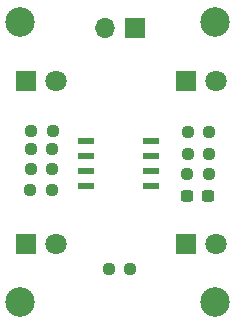
<source format=gbr>
G04 #@! TF.GenerationSoftware,KiCad,Pcbnew,8.0.1*
G04 #@! TF.CreationDate,2025-02-25T23:45:37-07:00*
G04 #@! TF.ProjectId,ColorSensing,436f6c6f-7253-4656-9e73-696e672e6b69,rev?*
G04 #@! TF.SameCoordinates,Original*
G04 #@! TF.FileFunction,Soldermask,Top*
G04 #@! TF.FilePolarity,Negative*
%FSLAX46Y46*%
G04 Gerber Fmt 4.6, Leading zero omitted, Abs format (unit mm)*
G04 Created by KiCad (PCBNEW 8.0.1) date 2025-02-25 23:45:37*
%MOMM*%
%LPD*%
G01*
G04 APERTURE LIST*
G04 Aperture macros list*
%AMRoundRect*
0 Rectangle with rounded corners*
0 $1 Rounding radius*
0 $2 $3 $4 $5 $6 $7 $8 $9 X,Y pos of 4 corners*
0 Add a 4 corners polygon primitive as box body*
4,1,4,$2,$3,$4,$5,$6,$7,$8,$9,$2,$3,0*
0 Add four circle primitives for the rounded corners*
1,1,$1+$1,$2,$3*
1,1,$1+$1,$4,$5*
1,1,$1+$1,$6,$7*
1,1,$1+$1,$8,$9*
0 Add four rect primitives between the rounded corners*
20,1,$1+$1,$2,$3,$4,$5,0*
20,1,$1+$1,$4,$5,$6,$7,0*
20,1,$1+$1,$6,$7,$8,$9,0*
20,1,$1+$1,$8,$9,$2,$3,0*%
G04 Aperture macros list end*
%ADD10RoundRect,0.237500X-0.250000X-0.237500X0.250000X-0.237500X0.250000X0.237500X-0.250000X0.237500X0*%
%ADD11C,2.500000*%
%ADD12RoundRect,0.237500X0.300000X0.237500X-0.300000X0.237500X-0.300000X-0.237500X0.300000X-0.237500X0*%
%ADD13R,1.460500X0.558800*%
%ADD14R,1.800000X1.800000*%
%ADD15C,1.800000*%
%ADD16RoundRect,0.237500X0.250000X0.237500X-0.250000X0.237500X-0.250000X-0.237500X0.250000X-0.237500X0*%
%ADD17R,1.700000X1.700000*%
%ADD18O,1.700000X1.700000*%
G04 APERTURE END LIST*
D10*
X119390000Y-82460000D03*
X121215000Y-82460000D03*
D11*
X135000000Y-93640000D03*
D12*
X134345000Y-84740000D03*
X132620000Y-84740000D03*
D10*
X132620000Y-82840000D03*
X134445000Y-82840000D03*
X119390000Y-80760000D03*
X121215000Y-80760000D03*
D13*
X124091700Y-80040000D03*
X124091700Y-81310000D03*
X124091700Y-82580000D03*
X124091700Y-83850000D03*
X129540000Y-83850000D03*
X129540000Y-82580000D03*
X129540000Y-81310000D03*
X129540000Y-80040000D03*
D10*
X132680000Y-79330000D03*
X134505000Y-79330000D03*
D14*
X132500000Y-88780000D03*
D15*
X135040000Y-88780000D03*
D10*
X119330000Y-84180000D03*
X121155000Y-84180000D03*
D11*
X118500000Y-70000000D03*
D14*
X119000000Y-75000000D03*
D15*
X121540000Y-75000000D03*
D14*
X119000000Y-88780000D03*
D15*
X121540000Y-88780000D03*
D16*
X127800000Y-90850000D03*
X125975000Y-90850000D03*
D11*
X118500000Y-93640000D03*
D10*
X132670000Y-81110000D03*
X134495000Y-81110000D03*
D16*
X121225000Y-79210000D03*
X119400000Y-79210000D03*
D11*
X135000000Y-70000000D03*
D14*
X132500000Y-75000000D03*
D15*
X135040000Y-75000000D03*
D17*
X128215000Y-70500000D03*
D18*
X125675000Y-70500000D03*
M02*

</source>
